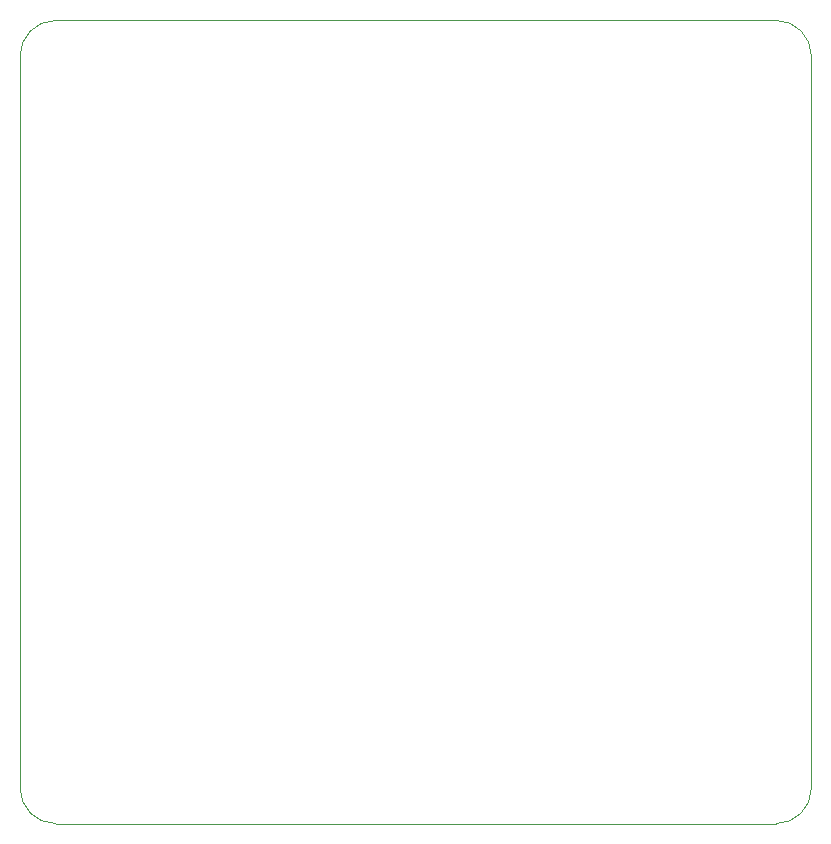
<source format=gbr>
%TF.GenerationSoftware,KiCad,Pcbnew,(5.1.7)-1*%
%TF.CreationDate,2020-11-01T18:23:12+02:00*%
%TF.ProjectId,esp32_mc_dimmer,65737033-325f-46d6-935f-64696d6d6572,rev?*%
%TF.SameCoordinates,Original*%
%TF.FileFunction,Profile,NP*%
%FSLAX46Y46*%
G04 Gerber Fmt 4.6, Leading zero omitted, Abs format (unit mm)*
G04 Created by KiCad (PCBNEW (5.1.7)-1) date 2020-11-01 18:23:12*
%MOMM*%
%LPD*%
G01*
G04 APERTURE LIST*
%TA.AperFunction,Profile*%
%ADD10C,0.050000*%
%TD*%
G04 APERTURE END LIST*
D10*
X187000000Y-67500000D02*
G75*
G02*
X190000000Y-70500000I0J-3000000D01*
G01*
X190000000Y-132500000D02*
G75*
G02*
X187000000Y-135500000I-3000000J0D01*
G01*
X126000000Y-135500000D02*
G75*
G02*
X123000000Y-132500000I0J3000000D01*
G01*
X123000000Y-70500000D02*
G75*
G02*
X126000000Y-67500000I3000000J0D01*
G01*
X123000000Y-132500000D02*
X123000000Y-70500000D01*
X187000000Y-135500000D02*
X126000000Y-135500000D01*
X190000000Y-70500000D02*
X190000000Y-132500000D01*
X126000000Y-67500000D02*
X187000000Y-67500000D01*
M02*

</source>
